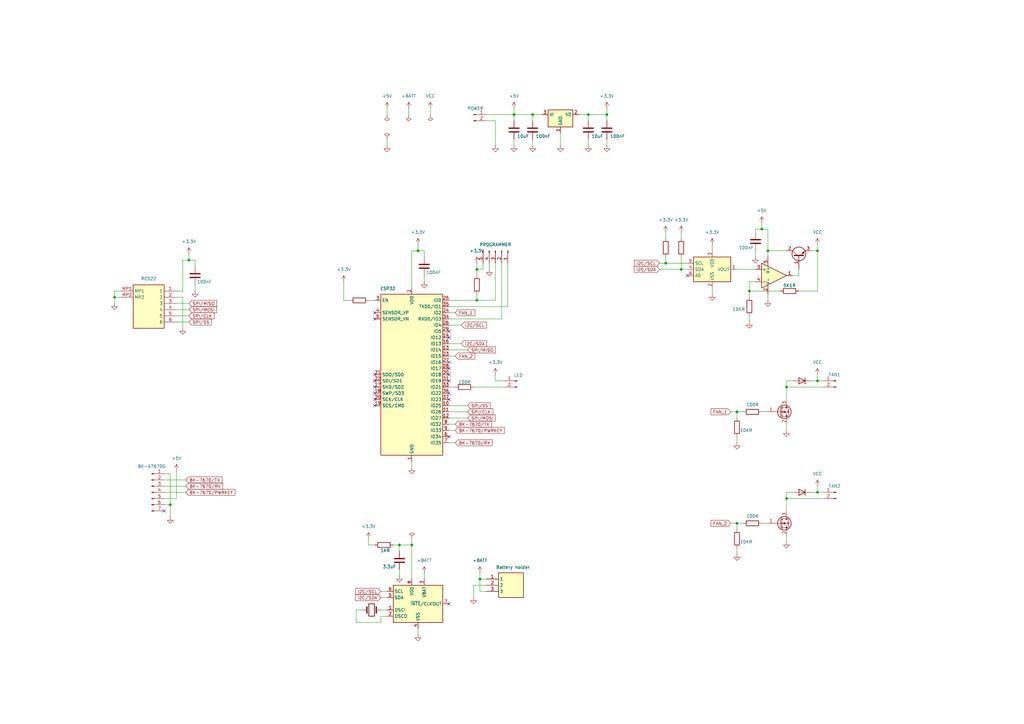
<source format=kicad_sch>
(kicad_sch (version 20250114) (generator "eeschema") (generator_version "9.0")
  (paper "A3")
  (lib_symbols
    (symbol "Amphenol_F51L-1A7H1-11006:F51L-1A7H1-11006"
      (property "Reference" "J" (at 19.05 7.62 0))
      (property "Value" "F51L-1A7H1-11006" (at 19.05 5.08 0))
      (symbol "F51L-1A7H1-11006_1_1"
        (pin passive line (at 0 0 0) (length 5.08) (name "MP1") (number "MP1"))
        (pin passive line (at 0 -2.54 0) (length 5.08) (name "MP2") (number "MP2"))
        (pin passive line (at 22.86 0 180) (length 5.08) (name "1") (number "1"))
        (pin passive line (at 22.86 -2.54 180) (length 5.08) (name "2") (number "2"))
        (pin passive line (at 22.86 -5.08 180) (length 5.08) (name "3") (number "3"))
        (pin passive line (at 22.86 -7.62 180) (length 5.08) (name "4") (number "4"))
        (pin passive line (at 22.86 -10.16 180) (length 5.08) (name "5") (number "5"))
        (pin passive line (at 22.86 -12.7 180) (length 5.08) (name "6") (number "6"))
      )
    )
    (symbol "Amplifier_Operational:AD8603" (pin_names (offset 0.127))
      (property "Reference" "U" (at 0 5.08 0))
      (property "Value" "AD8603" (at 0 -5.08 0))
      (symbol "AD8603_0_1"
        (pin power_in line (at -2.54 7.62 270) (length 3.81) (name "V+") (number "5"))
        (pin power_in line (at -2.54 -7.62 90) (length 3.81) (name "V-") (number "2"))
      )
      (symbol "AD8603_1_1"
        (pin input line (at -7.62 2.54 0) (length 2.54) (name "+") (number "3"))
        (pin input line (at -7.62 -2.54 0) (length 2.54) (name "-") (number "4"))
        (pin output line (at 7.62 0 180) (length 2.54) (name "~") (number "1"))
      )
    )
    (symbol "Analog_DAC:MCP4725xxx-xCH"
      (property "Reference" "U" (at -6.35 6.35 0))
      (property "Value" "MCP4725xxx-xCH" (at 8.89 6.35 0))
      (symbol "MCP4725xxx-xCH_1_1"
        (pin input line (at -10.16 2.54 0) (length 2.54) (name "SCL") (number "5"))
        (pin bidirectional line (at -10.16 0 0) (length 2.54) (name "SDA") (number "4"))
        (pin input line (at -10.16 -2.54 0) (length 2.54) (name "A0") (number "6"))
        (pin power_in line (at 0 7.62 270) (length 2.54) (name "VDD") (number "3"))
        (pin power_in line (at 0 -7.62 90) (length 2.54) (name "VSS") (number "2"))
        (pin output line (at 10.16 0 180) (length 2.54) (name "VOUT") (number "1"))
      )
    )
    (symbol "Connector:Conn_01x02_Pin" (pin_names (offset 1.016) (hide yes))
      (property "Reference" "J" (at 0 2.54 0))
      (property "Value" "Conn_01x02_Pin" (at 0 -5.08 0))
      (symbol "Conn_01x02_Pin_1_1"
        (pin passive line (at 5.08 0 180) (length 3.81) (name "Pin_1") (number "1"))
        (pin passive line (at 5.08 -2.54 180) (length 3.81) (name "Pin_2") (number "2"))
      )
    )
    (symbol "Connector:Conn_01x05_Pin" (pin_names (offset 1.016) (hide yes))
      (property "Reference" "J" (at 0 7.62 0))
      (property "Value" "Conn_01x05_Pin" (at 0 -7.62 0))
      (symbol "Conn_01x05_Pin_1_1"
        (pin passive line (at 5.08 5.08 180) (length 3.81) (name "Pin_1") (number "1"))
        (pin passive line (at 5.08 2.54 180) (length 3.81) (name "Pin_2") (number "2"))
        (pin passive line (at 5.08 0 180) (length 3.81) (name "Pin_3") (number "3"))
        (pin passive line (at 5.08 -2.54 180) (length 3.81) (name "Pin_4") (number "4"))
        (pin passive line (at 5.08 -5.08 180) (length 3.81) (name "Pin_5") (number "5"))
      )
    )
    (symbol "Connector:Conn_01x07_Pin" (pin_names (offset 1.016) (hide yes))
      (property "Reference" "J" (at 0 10.16 0))
      (property "Value" "Conn_01x07_Pin" (at 0 -10.16 0))
      (symbol "Conn_01x07_Pin_1_1"
        (pin passive line (at 5.08 7.62 180) (length 3.81) (name "Pin_1") (number "1"))
        (pin passive line (at 5.08 5.08 180) (length 3.81) (name "Pin_2") (number "2"))
        (pin passive line (at 5.08 2.54 180) (length 3.81) (name "Pin_3") (number "3"))
        (pin passive line (at 5.08 0 180) (length 3.81) (name "Pin_4") (number "4"))
        (pin passive line (at 5.08 -2.54 180) (length 3.81) (name "Pin_5") (number "5"))
        (pin passive line (at 5.08 -5.08 180) (length 3.81) (name "Pin_6") (number "6"))
        (pin passive line (at 5.08 -7.62 180) (length 3.81) (name "Pin_7") (number "7"))
      )
    )
    (symbol "Device:C" (pin_numbers (hide yes)) (pin_names (offset 0.254))
      (property "Reference" "C" (at 0.635 2.54 0))
      (property "Value" "C" (at 0.635 -2.54 0))
      (symbol "C_1_1"
        (pin passive line (at 0 3.81 270) (length 2.794) (name "~") (number "1"))
        (pin passive line (at 0 -3.81 90) (length 2.794) (name "~") (number "2"))
      )
    )
    (symbol "Device:Crystal" (pin_numbers (hide yes)) (pin_names (offset 1.016) (hide yes))
      (property "Reference" "Y" (at 0 3.81 0))
      (property "Value" "Crystal" (at 0 -3.81 0))
      (symbol "Crystal_1_1"
        (pin passive line (at -3.81 0 0) (length 1.27) (name "1") (number "1"))
        (pin passive line (at 3.81 0 180) (length 1.27) (name "2") (number "2"))
      )
    )
    (symbol "Device:D" (pin_numbers (hide yes)) (pin_names (offset 1.016) (hide yes))
      (property "Reference" "D" (at 0 2.54 0))
      (property "Value" "D" (at 0 -2.54 0))
      (symbol "D_1_1"
        (pin passive line (at -3.81 0 0) (length 2.54) (name "K") (number "1"))
        (pin passive line (at 3.81 0 180) (length 2.54) (name "A") (number "2"))
      )
    )
    (symbol "Device:Q_NPN_BCE" (pin_names (offset 0) (hide yes))
      (property "Reference" "Q" (at 5.08 1.27 0))
      (property "Value" "Q_NPN_BCE" (at 5.08 -1.27 0))
      (symbol "Q_NPN_BCE_1_1"
        (pin input line (at -5.08 0 0) (length 5.715) (name "B") (number "1"))
        (pin passive line (at 2.54 5.08 270) (length 2.54) (name "C") (number "2"))
        (pin passive line (at 2.54 -5.08 90) (length 2.54) (name "E") (number "3"))
      )
    )
    (symbol "Device:R" (pin_numbers (hide yes)) (pin_names (offset 0))
      (property "Reference" "R" (at 2.032 0 90))
      (property "Value" "R" (at 0 0 90))
      (symbol "R_1_1"
        (pin passive line (at 0 3.81 270) (length 1.27) (name "~") (number "1"))
        (pin passive line (at 0 -3.81 90) (length 1.27) (name "~") (number "2"))
      )
    )
    (symbol "Harwin_S8201-46R:S8201-46R"
      (property "Reference" "J" (at 16.51 7.62 0))
      (property "Value" "S8201-46R" (at 16.51 5.08 0))
      (symbol "S8201-46R_1_1"
        (pin passive line (at 0 0 0) (length 5.08) (name "1") (number "1"))
        (pin passive line (at 0 -2.54 0) (length 5.08) (name "2") (number "2"))
        (pin passive line (at 0 -5.08 0) (length 5.08) (name "3") (number "3"))
      )
    )
    (symbol "IRLML6244_1" (pin_names (offset 0) (hide yes))
      (property "Reference" "Q" (at 5.08 1.905 0))
      (property "Value" "IRLML6244" (at 5.08 0 0))
      (symbol "IRLML6244_1_1_1"
        (pin input line (at -5.08 0 0) (length 2.54) (name "G") (number "1"))
        (pin passive line (at 2.54 5.08 270) (length 2.54) (name "D") (number "3"))
        (pin passive line (at 2.54 -5.08 90) (length 2.54) (name "S") (number "2"))
      )
    )
    (symbol "PWR_FLAG_1" (power) (pin_numbers (hide yes)) (pin_names (offset 0) (hide yes))
      (property "Value" "PWR_FLAG" (at 0 3.81 0))
      (symbol "PWR_FLAG_1_0_0"
        (pin power_out line (at 0 0 90) (length 0) (name "~") (number "1"))
      )
    )
    (symbol "RF_Module:ESP32-WROOM-32D"
      (property "Reference" "U" (at -12.7 34.29 0))
      (property "Value" "ESP32-WROOM-32D" (at 1.27 34.29 0))
      (symbol "ESP32-WROOM-32D_1_1"
        (pin input line (at -15.24 30.48 0) (length 2.54) (name "EN") (number "3"))
        (pin input line (at -15.24 25.4 0) (length 2.54) (name "SENSOR_VP") (number "4"))
        (pin input line (at -15.24 22.86 0) (length 2.54) (name "SENSOR_VN") (number "5"))
        (pin bidirectional line (at -15.24 0 0) (length 2.54) (name "SDO/SD0") (number "21"))
        (pin bidirectional line (at -15.24 -2.54 0) (length 2.54) (name "SDI/SD1") (number "22"))
        (pin bidirectional line (at -15.24 -5.08 0) (length 2.54) (name "SHD/SD2") (number "17"))
        (pin bidirectional line (at -15.24 -7.62 0) (length 2.54) (name "SWP/SD3") (number "18"))
        (pin bidirectional line (at -15.24 -10.16 0) (length 2.54) (name "SCK/CLK") (number "20"))
        (pin bidirectional line (at -15.24 -12.7 0) (length 2.54) (name "SCS/CMD") (number "19"))
        (pin no_connect line (at -12.7 -27.94 0) (length 2.54) (hide yes) (name "NC") (number "32"))
        (pin power_in line (at 0 35.56 270) (length 2.54) (name "VDD") (number "2"))
        (pin power_in line (at 0 -35.56 90) (length 2.54) (name "GND") (number "1"))
        (pin passive line (at 0 -35.56 90) (length 2.54) (hide yes) (name "GND") (number "15"))
        (pin passive line (at 0 -35.56 90) (length 2.54) (hide yes) (name "GND") (number "38"))
        (pin passive line (at 0 -35.56 90) (length 2.54) (hide yes) (name "GND") (number "39"))
        (pin bidirectional line (at 15.24 30.48 180) (length 2.54) (name "IO0") (number "25"))
        (pin bidirectional line (at 15.24 27.94 180) (length 2.54) (name "TXD0/IO1") (number "35"))
        (pin bidirectional line (at 15.24 25.4 180) (length 2.54) (name "IO2") (number "24"))
        (pin bidirectional line (at 15.24 22.86 180) (length 2.54) (name "RXD0/IO3") (number "34"))
        (pin bidirectional line (at 15.24 20.32 180) (length 2.54) (name "IO4") (number "26"))
        (pin bidirectional line (at 15.24 17.78 180) (length 2.54) (name "IO5") (number "29"))
        (pin bidirectional line (at 15.24 15.24 180) (length 2.54) (name "IO12") (number "14"))
        (pin bidirectional line (at 15.24 12.7 180) (length 2.54) (name "IO13") (number "16"))
        (pin bidirectional line (at 15.24 10.16 180) (length 2.54) (name "IO14") (number "13"))
        (pin bidirectional line (at 15.24 7.62 180) (length 2.54) (name "IO15") (number "23"))
        (pin bidirectional line (at 15.24 5.08 180) (length 2.54) (name "IO16") (number "27"))
        (pin bidirectional line (at 15.24 2.54 180) (length 2.54) (name "IO17") (number "28"))
        (pin bidirectional line (at 15.24 0 180) (length 2.54) (name "IO18") (number "30"))
        (pin bidirectional line (at 15.24 -2.54 180) (length 2.54) (name "IO19") (number "31"))
        (pin bidirectional line (at 15.24 -5.08 180) (length 2.54) (name "IO21") (number "33"))
        (pin bidirectional line (at 15.24 -7.62 180) (length 2.54) (name "IO22") (number "36"))
        (pin bidirectional line (at 15.24 -10.16 180) (length 2.54) (name "IO23") (number "37"))
        (pin bidirectional line (at 15.24 -12.7 180) (length 2.54) (name "IO25") (number "10"))
        (pin bidirectional line (at 15.24 -15.24 180) (length 2.54) (name "IO26") (number "11"))
        (pin bidirectional line (at 15.24 -17.78 180) (length 2.54) (name "IO27") (number "12"))
        (pin bidirectional line (at 15.24 -20.32 180) (length 2.54) (name "IO32") (number "8"))
        (pin bidirectional line (at 15.24 -22.86 180) (length 2.54) (name "IO33") (number "9"))
        (pin input line (at 15.24 -25.4 180) (length 2.54) (name "IO34") (number "6"))
        (pin input line (at 15.24 -27.94 180) (length 2.54) (name "IO35") (number "7"))
      )
    )
    (symbol "Regulator_Linear:LD1117S33TR_SOT223"
      (property "Reference" "U" (at -3.81 3.175 0))
      (property "Value" "LD1117S33TR_SOT223" (at 0 3.175 0))
      (symbol "LD1117S33TR_SOT223_1_1"
        (pin power_in line (at -7.62 0 0) (length 2.54) (name "VI") (number "3"))
        (pin power_in line (at 0 -7.62 90) (length 2.54) (name "GND") (number "1"))
        (pin power_out line (at 7.62 0 180) (length 2.54) (name "VO") (number "2"))
      )
    )
    (symbol "Timer_RTC:PCF8523T"
      (property "Reference" "U" (at -10.16 8.89 0))
      (property "Value" "PCF8523T" (at 3.81 8.89 0))
      (symbol "PCF8523T_1_1"
        (pin input line (at -12.7 5.08 0) (length 2.54) (name "SCL") (number "6"))
        (pin bidirectional line (at -12.7 2.54 0) (length 2.54) (name "SDA") (number "5"))
        (pin input line (at -12.7 -2.54 0) (length 2.54) (name "OSCI") (number "1"))
        (pin output line (at -12.7 -5.08 0) (length 2.54) (name "OSCO") (number "2"))
        (pin power_in line (at -2.54 10.16 270) (length 2.54) (name "VDD") (number "8"))
        (pin power_in line (at 0 -10.16 90) (length 2.54) (name "VSS") (number "4"))
        (pin power_in line (at 2.54 10.16 270) (length 2.54) (name "VBAT") (number "3"))
        (pin open_collector line (at 12.7 0 180) (length 2.54) (name "~{INT1}/CLKOUT") (number "7"))
      )
    )
    (symbol "power:+3.3V" (power) (pin_numbers (hide yes)) (pin_names (offset 0) (hide yes))
      (property "Value" "+3.3V" (at 0 3.556 0))
      (symbol "+3.3V_1_1"
        (pin power_in line (at 0 0 90) (length 0) (name "~") (number "1"))
      )
    )
    (symbol "power:+5V" (power) (pin_numbers (hide yes)) (pin_names (offset 0) (hide yes))
      (property "Value" "+5V" (at 0 3.556 0))
      (symbol "+5V_1_1"
        (pin power_in line (at 0 0 90) (length 0) (name "~") (number "1"))
      )
    )
    (symbol "power:+BATT" (power) (pin_numbers (hide yes)) (pin_names (offset 0) (hide yes))
      (property "Value" "+BATT" (at 0 3.556 0))
      (symbol "+BATT_1_1"
        (pin power_in line (at 0 0 90) (length 0) (name "~") (number "1"))
      )
    )
    (symbol "power:GND" (power) (pin_numbers (hide yes)) (pin_names (offset 0) (hide yes))
      (property "Value" "GND" (at 0 -3.81 0))
      (symbol "GND_1_1"
        (pin power_in line (at 0 0 270) (length 0) (name "~") (number "1"))
      )
    )
    (symbol "power:VCC" (power) (pin_numbers (hide yes)) (pin_names (offset 0) (hide yes))
      (property "Value" "VCC" (at 0 3.556 0))
      (symbol "VCC_1_1"
        (pin power_in line (at 0 0 90) (length 0) (name "~") (number "1"))
      )
    )
  )
  (junction (at 302.26 214.63))
  (junction (at 69.85 207.01))
  (junction (at 335.28 201.93))
  (junction (at 314.96 102.87))
  (junction (at 312.42 93.98))
  (junction (at 171.45 102.87))
  (junction (at 46.99 121.92))
  (junction (at 322.58 204.47))
  (junction (at 273.05 107.95))
  (junction (at 163.83 223.52))
  (junction (at 302.26 168.91))
  (junction (at 248.92 46.99))
  (junction (at 307.34 119.38))
  (junction (at 335.28 156.21))
  (junction (at 335.28 102.87))
  (junction (at 279.4 110.49))
  (junction (at 210.82 46.99))
  (junction (at 195.58 110.49))
  (junction (at 77.47 106.68))
  (junction (at 241.3 46.99))
  (junction (at 195.58 123.19))
  (junction (at 218.44 46.99))
  (junction (at 196.85 237.49))
  (junction (at 322.58 158.75))
  (junction (at 168.91 223.52))
  (no_connect (at 184.15 151.13))
  (no_connect (at 153.67 166.37))
  (no_connect (at 153.67 153.67))
  (no_connect (at 184.15 163.83))
  (no_connect (at 184.15 179.07))
  (no_connect (at 153.67 163.83))
  (no_connect (at 153.67 158.75))
  (no_connect (at 153.67 161.29))
  (no_connect (at 153.67 156.21))
  (no_connect (at 153.67 130.81))
  (no_connect (at 153.67 128.27))
  (no_connect (at 184.15 156.21))
  (no_connect (at 184.15 161.29))
  (no_connect (at 184.15 148.59))
  (no_connect (at 184.15 138.43))
  (no_connect (at 184.15 153.67))
  (no_connect (at 67.31 209.55))
  (no_connect (at 281.94 113.03))
  (no_connect (at 184.15 135.89))
  (no_connect (at 184.15 247.65))
  (wire (pts (xy 241.3 59.69) (xy 241.3 57.15)))
  (wire (pts (xy 302.26 171.45) (xy 302.26 168.91)))
  (wire (pts (xy 184.15 173.99) (xy 186.69 173.99)))
  (wire (pts (xy 77.47 104.14) (xy 77.47 106.68)))
  (wire (pts (xy 171.45 100.33) (xy 171.45 102.87)))
  (wire (pts (xy 332.74 156.21) (xy 335.28 156.21)))
  (wire (pts (xy 270.51 107.95) (xy 273.05 107.95)))
  (wire (pts (xy 335.28 199.39) (xy 335.28 201.93)))
  (wire (pts (xy 327.66 119.38) (xy 335.28 119.38)))
  (wire (pts (xy 163.83 223.52) (xy 168.91 223.52)))
  (wire (pts (xy 74.93 106.68) (xy 74.93 119.38)))
  (wire (pts (xy 184.15 158.75) (xy 186.69 158.75)))
  (wire (pts (xy 195.58 110.49) (xy 195.58 107.95)))
  (wire (pts (xy 173.99 105.41) (xy 173.99 102.87)))
  (wire (pts (xy 312.42 91.44) (xy 312.42 93.98)))
  (wire (pts (xy 72.39 127) (xy 77.47 127)))
  (wire (pts (xy 203.2 59.69) (xy 203.2 49.53)))
  (wire (pts (xy 184.15 176.53) (xy 186.69 176.53)))
  (wire (pts (xy 203.2 156.21) (xy 207.01 156.21)))
  (wire (pts (xy 69.85 207.01) (xy 67.31 207.01)))
  (wire (pts (xy 77.47 106.68) (xy 74.93 106.68)))
  (wire (pts (xy 302.26 110.49) (xy 309.88 110.49)))
  (wire (pts (xy 279.4 105.41) (xy 279.4 110.49)))
  (wire (pts (xy 168.91 220.98) (xy 168.91 223.52)))
  (wire (pts (xy 195.58 113.03) (xy 195.58 110.49)))
  (wire (pts (xy 210.82 46.99) (xy 218.44 46.99)))
  (wire (pts (xy 72.39 193.04) (xy 72.39 204.47)))
  (wire (pts (xy 168.91 189.23) (xy 168.91 191.77)))
  (wire (pts (xy 335.28 100.33) (xy 335.28 102.87)))
  (wire (pts (xy 302.26 227.33) (xy 302.26 224.79)))
  (wire (pts (xy 196.85 242.57) (xy 196.85 237.49)))
  (wire (pts (xy 307.34 119.38) (xy 307.34 115.57)))
  (wire (pts (xy 184.15 166.37) (xy 191.77 166.37)))
  (wire (pts (xy 322.58 201.93) (xy 322.58 204.47)))
  (wire (pts (xy 49.53 119.38) (xy 46.99 119.38)))
  (wire (pts (xy 168.91 223.52) (xy 168.91 237.49)))
  (wire (pts (xy 314.96 93.98) (xy 314.96 102.87)))
  (wire (pts (xy 76.2 201.93) (xy 67.31 201.93)))
  (wire (pts (xy 332.74 201.93) (xy 335.28 201.93)))
  (wire (pts (xy 218.44 46.99) (xy 222.25 46.99)))
  (wire (pts (xy 270.51 110.49) (xy 279.4 110.49)))
  (wire (pts (xy 309.88 93.98) (xy 312.42 93.98)))
  (wire (pts (xy 205.74 130.81) (xy 184.15 130.81)))
  (wire (pts (xy 158.75 44.45) (xy 158.75 46.99)))
  (wire (pts (xy 322.58 156.21) (xy 322.58 158.75)))
  (wire (pts (xy 184.15 146.05) (xy 186.69 146.05)))
  (wire (pts (xy 161.29 223.52) (xy 163.83 223.52)))
  (wire (pts (xy 203.2 107.95) (xy 203.2 123.19)))
  (wire (pts (xy 194.31 158.75) (xy 207.01 158.75)))
  (wire (pts (xy 140.97 123.19) (xy 140.97 115.57)))
  (wire (pts (xy 241.3 49.53) (xy 241.3 46.99)))
  (wire (pts (xy 335.28 156.21) (xy 337.82 156.21)))
  (wire (pts (xy 241.3 46.99) (xy 248.92 46.99)))
  (wire (pts (xy 237.49 46.99) (xy 241.3 46.99)))
  (wire (pts (xy 248.92 59.69) (xy 248.92 57.15)))
  (wire (pts (xy 171.45 257.81) (xy 171.45 260.35)))
  (wire (pts (xy 218.44 49.53) (xy 218.44 46.99)))
  (wire (pts (xy 72.39 124.46) (xy 77.47 124.46)))
  (wire (pts (xy 151.13 123.19) (xy 153.67 123.19)))
  (wire (pts (xy 314.96 102.87) (xy 314.96 105.41)))
  (wire (pts (xy 218.44 57.15) (xy 218.44 59.69)))
  (wire (pts (xy 322.58 204.47) (xy 322.58 209.55)))
  (wire (pts (xy 156.21 252.73) (xy 156.21 255.27)))
  (wire (pts (xy 210.82 57.15) (xy 210.82 59.69)))
  (wire (pts (xy 80.01 109.22) (xy 80.01 106.68)))
  (wire (pts (xy 325.12 156.21) (xy 322.58 156.21)))
  (wire (pts (xy 325.12 113.03) (xy 327.66 113.03)))
  (wire (pts (xy 46.99 124.46) (xy 46.99 121.92)))
  (wire (pts (xy 173.99 237.49) (xy 173.99 234.95)))
  (wire (pts (xy 248.92 46.99) (xy 248.92 44.45)))
  (wire (pts (xy 312.42 93.98) (xy 314.96 93.98)))
  (wire (pts (xy 72.39 129.54) (xy 77.47 129.54)))
  (wire (pts (xy 279.4 95.25) (xy 279.4 97.79)))
  (wire (pts (xy 156.21 250.19) (xy 158.75 250.19)))
  (wire (pts (xy 74.93 121.92) (xy 72.39 121.92)))
  (wire (pts (xy 307.34 129.54) (xy 307.34 132.08)))
  (wire (pts (xy 167.64 44.45) (xy 167.64 46.99)))
  (wire (pts (xy 309.88 93.98) (xy 309.88 95.25)))
  (wire (pts (xy 299.72 168.91) (xy 302.26 168.91)))
  (wire (pts (xy 325.12 201.93) (xy 322.58 201.93)))
  (wire (pts (xy 208.28 107.95) (xy 208.28 125.73)))
  (wire (pts (xy 163.83 226.06) (xy 163.83 223.52)))
  (wire (pts (xy 199.39 46.99) (xy 210.82 46.99)))
  (wire (pts (xy 184.15 168.91) (xy 191.77 168.91)))
  (wire (pts (xy 312.42 168.91) (xy 314.96 168.91)))
  (wire (pts (xy 327.66 113.03) (xy 327.66 110.49)))
  (wire (pts (xy 248.92 49.53) (xy 248.92 46.99)))
  (wire (pts (xy 307.34 115.57) (xy 309.88 115.57)))
  (wire (pts (xy 199.39 242.57) (xy 196.85 242.57)))
  (wire (pts (xy 210.82 44.45) (xy 210.82 46.99)))
  (wire (pts (xy 184.15 181.61) (xy 186.69 181.61)))
  (wire (pts (xy 76.2 196.85) (xy 67.31 196.85)))
  (wire (pts (xy 171.45 102.87) (xy 168.91 102.87)))
  (wire (pts (xy 302.26 181.61) (xy 302.26 179.07)))
  (wire (pts (xy 163.83 233.68) (xy 163.83 236.22)))
  (wire (pts (xy 173.99 113.03) (xy 173.99 115.57)))
  (wire (pts (xy 184.15 140.97) (xy 189.23 140.97)))
  (wire (pts (xy 76.2 199.39) (xy 67.31 199.39)))
  (wire (pts (xy 302.26 214.63) (xy 304.8 214.63)))
  (wire (pts (xy 322.58 158.75) (xy 337.82 158.75)))
  (wire (pts (xy 74.93 134.62) (xy 74.93 121.92)))
  (wire (pts (xy 199.39 240.03) (xy 194.31 240.03)))
  (wire (pts (xy 200.66 110.49) (xy 200.66 107.95)))
  (wire (pts (xy 171.45 102.87) (xy 173.99 102.87)))
  (wire (pts (xy 198.12 110.49) (xy 195.58 110.49)))
  (wire (pts (xy 184.15 128.27) (xy 186.69 128.27)))
  (wire (pts (xy 184.15 171.45) (xy 191.77 171.45)))
  (wire (pts (xy 299.72 214.63) (xy 302.26 214.63)))
  (wire (pts (xy 205.74 107.95) (xy 205.74 130.81)))
  (wire (pts (xy 194.31 240.03) (xy 194.31 245.11)))
  (wire (pts (xy 80.01 116.84) (xy 80.01 119.38)))
  (wire (pts (xy 146.05 255.27) (xy 156.21 255.27)))
  (wire (pts (xy 309.88 102.87) (xy 309.88 105.41)))
  (wire (pts (xy 335.28 201.93) (xy 337.82 201.93)))
  (wire (pts (xy 184.15 143.51) (xy 191.77 143.51)))
  (wire (pts (xy 335.28 102.87) (xy 335.28 119.38)))
  (wire (pts (xy 273.05 95.25) (xy 273.05 97.79)))
  (wire (pts (xy 199.39 237.49) (xy 196.85 237.49)))
  (wire (pts (xy 335.28 153.67) (xy 335.28 156.21)))
  (wire (pts (xy 208.28 125.73) (xy 184.15 125.73)))
  (wire (pts (xy 156.21 245.11) (xy 158.75 245.11)))
  (wire (pts (xy 176.53 44.45) (xy 176.53 46.99)))
  (wire (pts (xy 77.47 106.68) (xy 80.01 106.68)))
  (wire (pts (xy 153.67 223.52) (xy 151.13 223.52)))
  (wire (pts (xy 292.1 100.33) (xy 292.1 102.87)))
  (wire (pts (xy 307.34 121.92) (xy 307.34 119.38)))
  (wire (pts (xy 46.99 121.92) (xy 49.53 121.92)))
  (wire (pts (xy 146.05 255.27) (xy 146.05 250.19)))
  (wire (pts (xy 203.2 123.19) (xy 195.58 123.19)))
  (wire (pts (xy 332.74 102.87) (xy 335.28 102.87)))
  (wire (pts (xy 184.15 123.19) (xy 195.58 123.19)))
  (wire (pts (xy 67.31 204.47) (xy 72.39 204.47)))
  (wire (pts (xy 69.85 207.01) (xy 69.85 212.09)))
  (wire (pts (xy 302.26 168.91) (xy 304.8 168.91)))
  (wire (pts (xy 151.13 223.52) (xy 151.13 220.98)))
  (wire (pts (xy 198.12 107.95) (xy 198.12 110.49)))
  (wire (pts (xy 143.51 123.19) (xy 140.97 123.19)))
  (wire (pts (xy 302.26 217.17) (xy 302.26 214.63)))
  (wire (pts (xy 72.39 132.08) (xy 77.47 132.08)))
  (wire (pts (xy 184.15 133.35) (xy 189.23 133.35)))
  (wire (pts (xy 195.58 123.19) (xy 195.58 120.65)))
  (wire (pts (xy 314.96 120.65) (xy 314.96 123.19)))
  (wire (pts (xy 196.85 234.95) (xy 196.85 237.49)))
  (wire (pts (xy 292.1 118.11) (xy 292.1 120.65)))
  (wire (pts (xy 312.42 214.63) (xy 314.96 214.63)))
  (wire (pts (xy 273.05 107.95) (xy 281.94 107.95)))
  (wire (pts (xy 322.58 204.47) (xy 337.82 204.47)))
  (wire (pts (xy 203.2 49.53) (xy 199.39 49.53)))
  (wire (pts (xy 69.85 194.31) (xy 69.85 207.01)))
  (wire (pts (xy 203.2 153.67) (xy 203.2 156.21)))
  (wire (pts (xy 168.91 102.87) (xy 168.91 118.11)))
  (wire (pts (xy 46.99 119.38) (xy 46.99 121.92)))
  (wire (pts (xy 314.96 102.87) (xy 322.58 102.87)))
  (wire (pts (xy 72.39 119.38) (xy 74.93 119.38)))
  (wire (pts (xy 210.82 49.53) (xy 210.82 46.99)))
  (wire (pts (xy 229.87 59.69) (xy 229.87 54.61)))
  (wire (pts (xy 322.58 222.25) (xy 322.58 219.71)))
  (wire (pts (xy 158.75 57.15) (xy 158.75 59.69)))
  (wire (pts (xy 307.34 119.38) (xy 320.04 119.38)))
  (wire (pts (xy 146.05 250.19) (xy 148.59 250.19)))
  (wire (pts (xy 322.58 158.75) (xy 322.58 163.83)))
  (wire (pts (xy 156.21 242.57) (xy 158.75 242.57)))
  (wire (pts (xy 279.4 110.49) (xy 281.94 110.49)))
  (wire (pts (xy 322.58 176.53) (xy 322.58 173.99)))
  (wire (pts (xy 67.31 194.31) (xy 69.85 194.31)))
  (wire (pts (xy 273.05 105.41) (xy 273.05 107.95)))
  (wire (pts (xy 158.75 252.73) (xy 156.21 252.73)))
  (global_label "SPI{slash}MOSI" (shape input) (at 191.77 171.45 0) (property "Intersheetrefs" "${INTERSHEET_REFS}" (effects (hide yes))))
  (global_label "I2C{slash}SCL" (shape input) (at 270.51 107.95 180) (property "Intersheetrefs" "${INTERSHEET_REFS}" (effects (hide yes))))
  (global_label "BK-7670{slash}TX" (shape input) (at 76.2 196.85 0) (property "Intersheetrefs" "${INTERSHEET_REFS}" (effects (hide yes))))
  (global_label "SPI{slash}CLK" (shape input) (at 191.77 168.91 0) (property "Intersheetrefs" "${INTERSHEET_REFS}" (effects (hide yes))))
  (global_label "I2C{slash}SDA" (shape input) (at 270.51 110.49 180) (property "Intersheetrefs" "${INTERSHEET_REFS}" (effects (hide yes))))
  (global_label "SPI{slash}CLK" (shape input) (at 77.47 129.54 0) (property "Intersheetrefs" "${INTERSHEET_REFS}" (effects (hide yes))))
  (global_label "FAN_2" (shape input) (at 186.69 146.05 0) (property "Intersheetrefs" "${INTERSHEET_REFS}" (effects (hide yes))))
  (global_label "SPI{slash}MOSI" (shape input) (at 77.47 127 0) (property "Intersheetrefs" "${INTERSHEET_REFS}" (effects (hide yes))))
  (global_label "I2C{slash}SCL" (shape input) (at 189.23 133.35 0) (property "Intersheetrefs" "${INTERSHEET_REFS}" (effects (hide yes))))
  (global_label "BK-7670{slash}PWRKEY" (shape input) (at 186.69 176.53 0) (property "Intersheetrefs" "${INTERSHEET_REFS}" (effects (hide yes))))
  (global_label "I2C{slash}SDA" (shape input) (at 156.21 245.11 180) (property "Intersheetrefs" "${INTERSHEET_REFS}" (effects (hide yes))))
  (global_label "SPI{slash}SS" (shape input) (at 191.77 166.37 0) (property "Intersheetrefs" "${INTERSHEET_REFS}" (effects (hide yes))))
  (global_label "I2C{slash}SDA" (shape input) (at 189.23 140.97 0) (property "Intersheetrefs" "${INTERSHEET_REFS}" (effects (hide yes))))
  (global_label "SPI{slash}MISO" (shape input) (at 191.77 143.51 0) (property "Intersheetrefs" "${INTERSHEET_REFS}" (effects (hide yes))))
  (global_label "BK-7670{slash}RX" (shape input) (at 186.69 181.61 0) (property "Intersheetrefs" "${INTERSHEET_REFS}" (effects (hide yes))))
  (global_label "FAN_2" (shape input) (at 299.72 214.63 180) (property "Intersheetrefs" "${INTERSHEET_REFS}" (effects (hide yes))))
  (global_label "I2C{slash}SCL" (shape input) (at 156.21 242.57 180) (property "Intersheetrefs" "${INTERSHEET_REFS}" (effects (hide yes))))
  (global_label "FAN_1" (shape input) (at 299.72 168.91 180) (property "Intersheetrefs" "${INTERSHEET_REFS}" (effects (hide yes))))
  (global_label "BK-7670{slash}TX" (shape input) (at 186.69 173.99 0) (property "Intersheetrefs" "${INTERSHEET_REFS}" (effects (hide yes))))
  (global_label "FAN_1" (shape input) (at 186.69 128.27 0) (property "Intersheetrefs" "${INTERSHEET_REFS}" (effects (hide yes))))
  (global_label "SPI{slash}MISO" (shape input) (at 77.47 124.46 0) (property "Intersheetrefs" "${INTERSHEET_REFS}" (effects (hide yes))))
  (global_label "BK-7670{slash}RX" (shape input) (at 76.2 199.39 0) (property "Intersheetrefs" "${INTERSHEET_REFS}" (effects (hide yes))))
  (global_label "BK-7670{slash}PWRKEY" (shape input) (at 76.2 201.93 0) (property "Intersheetrefs" "${INTERSHEET_REFS}" (effects (hide yes))))
  (global_label "SPI{slash}SS" (shape input) (at 77.47 132.08 0) (property "Intersheetrefs" "${INTERSHEET_REFS}" (effects (hide yes))))
  (symbol (lib_id "power:GND") (at 218.44 59.69 0) (unit 1)
    (property "Reference" "#PWR030" (effects (hide yes)))
    (property "Value" "GND" (effects (hide yes)))
    (property "Description" "Power symbol creates a global label with name \"GND\" , ground" (effects (hide yes)))
  )
  (symbol (lib_id "Connector:Conn_01x05_Pin") (at 203.2 102.87 270) (unit 1)
    (property "Reference" "J5" (effects (hide yes)))
    (property "Value" "PROGRAMMER" (at 203.2 100.33 90))
    (property "Footprint" "Connector_PinHeader_2.54mm:PinHeader_1x05_P2.54mm_Vertical" (effects (hide yes)))
    (property "Supplier" "Farnell" (effects (hide yes)))
    (property "SKU" "1593414" (effects (hide yes)))
  )
  (symbol (lib_id "Device:C") (at 163.83 229.87 0) (unit 1)
    (property "Reference" "C3" (effects (hide yes)))
    (property "Value" "3.3uF" (at 156.972 232.41 0) (effects (justify left)))
    (property "Footprint" "Capacitor_SMD:C_0603_1608Metric_Pad1.08x0.95mm_HandSolder" (effects (hide yes)))
    (property "Supplier" "Farnell" (effects (hide yes)))
    (property "SKU" "3651309" (effects (hide yes)))
  )
  (symbol (lib_id "Connector:Conn_01x02_Pin") (at 194.31 46.99 0) (unit 1)
    (property "Reference" "J3" (effects (hide yes)))
    (property "Value" "POWER" (at 194.945 44.45 0))
    (property "Footprint" "Connector_JST:JST_PH_S2B-PH-K_1x02_P2.00mm_Horizontal" (effects (hide yes)))
    (property "Supplier" "Farnell" (effects (hide yes)))
    (property "SKU" "9491902" (effects (hide yes)))
  )
  (symbol (lib_id "power:GND") (at 158.75 59.69 0) (unit 1)
    (property "Reference" "#PWR011" (effects (hide yes)))
    (property "Value" "GND" (effects (hide yes)))
    (property "Description" "Power symbol creates a global label with name \"GND\" , ground" (effects (hide yes)))
  )
  (symbol (lib_id "Device:D") (at 328.93 156.21 0) (mirror y) (unit 1)
    (property "Reference" "D1" (effects (hide yes)))
    (property "Value" "D" (effects (hide yes)))
    (property "Footprint" "Diode_SMD:D_SOD-123" (effects (hide yes)))
    (property "Supplier" "Farnell" (effects (hide yes)))
    (property "SKU" "1773475" (effects (hide yes)))
  )
  (symbol (lib_id "Device:R") (at 273.05 101.6 0) (unit 1)
    (property "Reference" "R7" (effects (hide yes)))
    (property "Value" "10KR" (effects (hide yes)))
    (property "Footprint" "Resistor_SMD:R_0603_1608Metric_Pad0.98x0.95mm_HandSolder" (effects (hide yes)))
    (property "Supplier" "Farnell" (effects (hide yes)))
    (property "SKU" "2502397" (effects (hide yes)))
  )
  (symbol (lib_name "IRLML6244_1") (lib_id "Transistor_FET:IRLML6244") (at 320.04 214.63 0) (unit 1)
    (property "Reference" "Q2" (effects (hide yes)))
    (property "Value" "IRLML6244" (effects (hide yes)))
    (property "Footprint" "Package_TO_SOT_SMD:SOT-23" (effects (hide yes)))
    (property "Supplier" "Farnell" (effects (hide yes)))
    (property "SKU" "1864517" (effects (hide yes)))
  )
  (symbol (lib_id "Regulator_Linear:LD1117S33TR_SOT223") (at 229.87 46.99 0) (unit 1)
    (property "Reference" "U3" (effects (hide yes)))
    (property "Value" "LD1117S33TR_SOT223" (effects (hide yes)))
    (property "Footprint" "Package_TO_SOT_SMD:SOT-223-3_TabPin2" (effects (hide yes)))
    (property "Supplier" "Farnell" (effects (hide yes)))
    (property "SKU" "1467779" (effects (hide yes)))
  )
  (symbol (lib_id "power:GND") (at 200.66 110.49 0) (mirror y) (unit 1)
    (property "Reference" "#PWR026" (effects (hide yes)))
    (property "Value" "GND" (effects (hide yes)))
    (property "Description" "Power symbol creates a global label with name \"GND\" , ground" (effects (hide yes)))
  )
  (symbol (lib_id "Connector:Conn_01x02_Pin") (at 212.09 156.21 0) (mirror y) (unit 1)
    (property "Reference" "J6" (effects (hide yes)))
    (property "Value" "LED" (at 212.598 153.924 0))
    (property "Footprint" "Connector_JST:JST_PH_S2B-PH-K_1x02_P2.00mm_Horizontal" (effects (hide yes)))
    (property "Supplier" "Farnell" (effects (hide yes)))
    (property "SKU" "9491902" (effects (hide yes)))
  )
  (symbol (lib_id "Device:C") (at 173.99 109.22 0) (mirror y) (unit 1)
    (property "Reference" "C4" (effects (hide yes)))
    (property "Value" "100nF" (at 180.848 111.76 0) (effects (justify left)))
    (property "Footprint" "Capacitor_SMD:C_0603_1608Metric_Pad1.08x0.95mm_HandSolder" (effects (hide yes)))
    (property "Supplier" "Farnell" (effects (hide yes)))
    (property "SKU" "3764069" (effects (hide yes)))
  )
  (symbol (lib_id "Device:R") (at 302.26 175.26 0) (mirror x) (unit 1)
    (property "Reference" "R9" (effects (hide yes)))
    (property "Value" "10KR" (at 308.61 176.53 0) (effects (justify right)))
    (property "Footprint" "Resistor_SMD:R_0603_1608Metric_Pad0.98x0.95mm_HandSolder" (effects (hide yes)))
    (property "Supplier" "Farnell" (effects (hide yes)))
    (property "SKU" "2502397" (effects (hide yes)))
  )
  (symbol (lib_id "Amplifier_Operational:AD8603") (at 317.5 113.03 0) (unit 1)
    (property "Reference" "U5" (effects (hide yes)))
    (property "Value" "MCP6006T-E/OT" (effects (hide yes)))
    (property "Footprint" "Package_TO_SOT_SMD:SOT-23-5" (effects (hide yes)))
    (property "Supplier" "Farnell" (effects (hide yes)))
    (property "SKU" "3818589" (effects (hide yes)))
  )
  (symbol (lib_id "power:VCC") (at 335.28 199.39 0) (unit 1)
    (property "Reference" "#PWR049" (effects (hide yes)))
    (property "Value" "VCC" (at 335.28 194.31 0))
    (property "Description" "Power symbol creates a global label with name \"VCC\"" (effects (hide yes)))
  )
  (symbol (lib_id "power:GND") (at 168.91 191.77 0) (unit 1)
    (property "Reference" "#PWR014" (effects (hide yes)))
    (property "Value" "GND" (effects (hide yes)))
    (property "Description" "Power symbol creates a global label with name \"GND\" , ground" (effects (hide yes)))
  )
  (symbol (lib_id "Device:R") (at 190.5 158.75 90) (mirror x) (unit 1)
    (property "Reference" "R5" (effects (hide yes)))
    (property "Value" "100R" (at 190.5 156.718 90))
    (property "Footprint" "Resistor_SMD:R_0603_1608Metric_Pad0.98x0.95mm_HandSolder" (effects (hide yes)))
    (property "Supplier" "Farnell" (effects (hide yes)))
    (property "SKU" "2502395" (effects (hide yes)))
  )
  (symbol (lib_id "Device:C") (at 80.01 113.03 0) (mirror y) (unit 1)
    (property "Reference" "C2" (effects (hide yes)))
    (property "Value" "100nF" (at 86.868 115.57 0) (effects (justify left)))
    (property "Footprint" "Capacitor_SMD:C_0603_1608Metric_Pad1.08x0.95mm_HandSolder" (effects (hide yes)))
    (property "Supplier" "Farnell" (effects (hide yes)))
    (property "SKU" "3764069" (effects (hide yes)))
  )
  (symbol (lib_id "power:GND") (at 80.01 119.38 0) (unit 1)
    (property "Reference" "#PWR07" (effects (hide yes)))
    (property "Value" "GND" (effects (hide yes)))
    (property "Description" "Power symbol creates a global label with name \"GND\" , ground" (effects (hide yes)))
  )
  (symbol (lib_id "power:GND") (at 302.26 227.33 0) (mirror y) (unit 1)
    (property "Reference" "#PWR040" (effects (hide yes)))
    (property "Value" "GND" (effects (hide yes)))
    (property "Description" "Power symbol creates a global label with name \"GND\" , ground" (effects (hide yes)))
  )
  (symbol (lib_id "power:GND") (at 163.83 236.22 0) (mirror y) (unit 1)
    (property "Reference" "#PWR012" (effects (hide yes)))
    (property "Value" "GND" (effects (hide yes)))
    (property "Description" "Power symbol creates a global label with name \"GND\" , ground" (effects (hide yes)))
  )
  (symbol (lib_id "Timer_RTC:PCF8523T") (at 171.45 247.65 0) (unit 1)
    (property "Reference" "U2" (effects (hide yes)))
    (property "Value" "PCF8523T" (effects (hide yes)))
    (property "Footprint" "Package_SO:SOIC-8_3.9x4.9mm_P1.27mm" (effects (hide yes)))
    (property "Supplier" "Farnell" (effects (hide yes)))
    (property "SKU" "2400452" (effects (hide yes)))
  )
  (symbol (lib_id "power:GND") (at 210.82 59.69 0) (unit 1)
    (property "Reference" "#PWR029" (effects (hide yes)))
    (property "Value" "GND" (effects (hide yes)))
    (property "Description" "Power symbol creates a global label with name \"GND\" , ground" (effects (hide yes)))
  )
  (symbol (lib_id "power:GND") (at 248.92 59.69 0) (unit 1)
    (property "Reference" "#PWR034" (effects (hide yes)))
    (property "Value" "GND" (effects (hide yes)))
    (property "Description" "Power symbol creates a global label with name \"GND\" , ground" (effects (hide yes)))
  )
  (symbol (lib_id "Harwin_S8201-46R:S8201-46R") (at 199.39 237.49 0) (unit 1)
    (property "Reference" "J4" (effects (hide yes)))
    (property "Value" "Battery holder" (at 203.454 232.664 0) (effects (justify left)))
    (property "Footprint" "Harwin_S8201-46R:Harwin_S8201-46R" (effects (hide yes)))
    (property "Supplier" "Farnell" (effects (hide yes)))
    (property "SKU" "Battery holder" (effects (hide yes)))
  )
  (symbol (lib_id "power:+3.3V") (at 292.1 100.33 0) (unit 1)
    (property "Reference" "#PWR037" (effects (hide yes)))
    (property "Value" "+3.3V" (at 292.1 95.25 0))
    (property "Description" "Power symbol creates a global label with name \"+3.3V\"" (effects (hide yes)))
  )
  (symbol (lib_id "Connector:Conn_01x02_Pin") (at 342.9 201.93 0) (mirror y) (unit 1)
    (property "Reference" "J7" (effects (hide yes)))
    (property "Value" "FAN2" (at 342.265 199.39 0))
    (property "Footprint" "Connector_JST:JST_PH_S2B-PH-K_1x02_P2.00mm_Horizontal" (effects (hide yes)))
    (property "Supplier" "Farnell" (effects (hide yes)))
    (property "SKU" "9491902" (effects (hide yes)))
  )
  (symbol (lib_id "Device:C") (at 218.44 53.34 0) (unit 1)
    (property "Reference" "C6" (effects (hide yes)))
    (property "Value" "100nF" (at 219.71 55.88 0) (effects (justify left)))
    (property "Footprint" "Capacitor_SMD:C_0603_1608Metric_Pad1.08x0.95mm_HandSolder" (effects (hide yes)))
    (property "Supplier" "Farnell" (effects (hide yes)))
    (property "SKU" "3764069" (effects (hide yes)))
  )
  (symbol (lib_id "power:+5V") (at 72.39 193.04 0) (unit 1)
    (property "Reference" "#PWR04" (effects (hide yes)))
    (property "Value" "+5V" (at 72.39 187.96 0))
    (property "Description" "Power symbol creates a global label with name \"+5V\"" (effects (hide yes)))
  )
  (symbol (lib_id "Connector:Conn_01x02_Pin") (at 342.9 156.21 0) (mirror y) (unit 1)
    (property "Reference" "J9" (effects (hide yes)))
    (property "Value" "FAN1" (at 342.265 153.67 0))
    (property "Footprint" "Connector_JST:JST_PH_S2B-PH-K_1x02_P2.00mm_Horizontal" (effects (hide yes)))
    (property "Supplier" "Farnell" (effects (hide yes)))
    (property "SKU" "9491902" (effects (hide yes)))
  )
  (symbol (lib_name "PWR_FLAG_1") (lib_id "power:PWR_FLAG") (at 158.75 57.15 0) (unit 1)
    (property "Reference" "#FLG02" (effects (hide yes)))
    (property "Value" "PWR_FLAG" (effects (hide yes)))
    (property "Description" "Special symbol for telling ERC where power comes from" (effects (hide yes)))
  )
  (symbol (lib_name "PWR_FLAG_1") (lib_id "power:PWR_FLAG") (at 176.53 46.99 0) (mirror x) (unit 1)
    (property "Reference" "#FLG05" (effects (hide yes)))
    (property "Value" "PWR_FLAG" (effects (hide yes)))
    (property "Description" "Special symbol for telling ERC where power comes from" (effects (hide yes)))
  )
  (symbol (lib_id "Device:R") (at 147.32 123.19 270) (unit 1)
    (property "Reference" "R1" (effects (hide yes)))
    (property "Value" "10KR" (effects (hide yes)))
    (property "Footprint" "Resistor_SMD:R_0603_1608Metric_Pad0.98x0.95mm_HandSolder" (effects (hide yes)))
    (property "Supplier" "Farnell" (effects (hide yes)))
    (property "SKU" "2502397" (effects (hide yes)))
  )
  (symbol (lib_id "Device:R") (at 279.4 101.6 0) (unit 1)
    (property "Reference" "R8" (effects (hide yes)))
    (property "Value" "10KR" (effects (hide yes)))
    (property "Footprint" "Resistor_SMD:R_0603_1608Metric_Pad0.98x0.95mm_HandSolder" (effects (hide yes)))
    (property "Supplier" "Farnell" (effects (hide yes)))
    (property "SKU" "2502397" (effects (hide yes)))
  )
  (symbol (lib_id "power:+5V") (at 210.82 44.45 0) (unit 1)
    (property "Reference" "#PWR028" (effects (hide yes)))
    (property "Value" "+5V" (at 210.82 39.37 0))
    (property "Description" "Power symbol creates a global label with name \"+5V\"" (effects (hide yes)))
  )
  (symbol (lib_id "power:+3.3V") (at 77.47 104.14 0) (unit 1)
    (property "Reference" "#PWR05" (effects (hide yes)))
    (property "Value" "+3.3V" (at 77.47 99.06 0))
    (property "Description" "Power symbol creates a global label with name \"+3.3V\"" (effects (hide yes)))
  )
  (symbol (lib_id "power:+BATT") (at 173.99 234.95 0) (unit 1)
    (property "Reference" "#PWR018" (effects (hide yes)))
    (property "Value" "+BATT" (at 173.99 229.87 0))
    (property "Description" "Power symbol creates a global label with name \"+BATT\"" (effects (hide yes)))
  )
  (symbol (lib_id "power:GND") (at 307.34 132.08 0) (mirror y) (unit 1)
    (property "Reference" "#PWR041" (effects (hide yes)))
    (property "Value" "GND" (effects (hide yes)))
    (property "Description" "Power symbol creates a global label with name \"GND\" , ground" (effects (hide yes)))
  )
  (symbol (lib_id "Amphenol_F51L-1A7H1-11006:F51L-1A7H1-11006") (at 49.53 119.38 0) (unit 1)
    (property "Reference" "J1" (effects (hide yes)))
    (property "Value" "RC522" (at 60.96 114.3 0))
    (property "Footprint" "Amphenol_F51L-1A7H1-11006:F51L1A7H111006" (effects (hide yes)))
    (property "Supplier" "Farnell" (effects (hide yes)))
    (property "SKU" "3526889" (effects (hide yes)))
  )
  (symbol (lib_id "power:GND") (at 292.1 120.65 0) (unit 1)
    (property "Reference" "#PWR038" (effects (hide yes)))
    (property "Value" "GND" (effects (hide yes)))
    (property "Description" "Power symbol creates a global label with name \"GND\" , ground" (effects (hide yes)))
  )
  (symbol (lib_id "power:+3.3V") (at 273.05 95.25 0) (unit 1)
    (property "Reference" "#PWR035" (effects (hide yes)))
    (property "Value" "+3.3V" (at 273.05 90.17 0))
    (property "Description" "Power symbol creates a global label with name \"+3.3V\"" (effects (hide yes)))
  )
  (symbol (lib_id "power:GND") (at 69.85 212.09 0) (mirror y) (unit 1)
    (property "Reference" "#PWR02" (effects (hide yes)))
    (property "Value" "GND" (effects (hide yes)))
    (property "Description" "Power symbol creates a global label with name \"GND\" , ground" (effects (hide yes)))
  )
  (symbol (lib_name "PWR_FLAG_1") (lib_id "power:PWR_FLAG") (at 168.91 220.98 0) (unit 1)
    (property "Reference" "#FLG04" (effects (hide yes)))
    (property "Value" "PWR_FLAG" (effects (hide yes)))
    (property "Description" "Special symbol for telling ERC where power comes from" (effects (hide yes)))
  )
  (symbol (lib_id "Device:Crystal") (at 152.4 250.19 0) (unit 1)
    (property "Reference" "Y1" (effects (hide yes)))
    (property "Value" "Crystal" (effects (hide yes)))
    (property "Footprint" "Crystal:Crystal_SMD_3215-2Pin_3.2x1.5mm" (effects (hide yes)))
    (property "Supplier" "Farnell" (effects (hide yes)))
    (property "SKU" "4165907" (effects (hide yes)))
  )
  (symbol (lib_id "Device:C") (at 248.92 53.34 0) (unit 1)
    (property "Reference" "C8" (effects (hide yes)))
    (property "Value" "100nF" (at 250.19 55.88 0) (effects (justify left)))
    (property "Footprint" "Capacitor_SMD:C_0603_1608Metric_Pad1.08x0.95mm_HandSolder" (effects (hide yes)))
    (property "Supplier" "Farnell" (effects (hide yes)))
    (property "SKU" "3764069" (effects (hide yes)))
  )
  (symbol (lib_id "power:+3.3V") (at 279.4 95.25 0) (unit 1)
    (property "Reference" "#PWR036" (effects (hide yes)))
    (property "Value" "+3.3V" (at 279.4 90.17 0))
    (property "Description" "Power symbol creates a global label with name \"+3.3V\"" (effects (hide yes)))
  )
  (symbol (lib_id "power:+5V") (at 158.75 44.45 0) (unit 1)
    (property "Reference" "#PWR010" (effects (hide yes)))
    (property "Value" "+5V" (at 158.75 39.37 0))
    (property "Description" "Power symbol creates a global label with name \"+5V\"" (effects (hide yes)))
  )
  (symbol (lib_id "Device:R") (at 307.34 125.73 0) (mirror y) (unit 1)
    (property "Reference" "R11" (effects (hide yes)))
    (property "Value" "10KR" (at 305.562 126.873 0) (effects (justify left)))
    (property "Footprint" "Resistor_SMD:R_0603_1608Metric_Pad0.98x0.95mm_HandSolder" (effects (hide yes)))
    (property "Supplier" "Farnell" (effects (hide yes)))
    (property "SKU" "2502397" (effects (hide yes)))
    (property "Manufacturer" "MULTICOMP" (effects (hide yes)))
    (property "Ref." "WR06X1002FTL" (effects (hide yes)))
  )
  (symbol (lib_id "Device:R") (at 308.61 214.63 90) (mirror x) (unit 1)
    (property "Reference" "R13" (effects (hide yes)))
    (property "Value" "100R" (at 308.61 211.6836 90))
    (property "Footprint" "Resistor_SMD:R_0603_1608Metric_Pad0.98x0.95mm_HandSolder" (effects (hide yes)))
    (property "Supplier" "Farnell" (effects (hide yes)))
    (property "SKU" "2502395" (effects (hide yes)))
  )
  (symbol (lib_id "power:+3.3V") (at 195.58 107.95 0) (unit 1)
    (property "Reference" "#PWR021" (effects (hide yes)))
    (property "Value" "+3.3V" (at 195.58 102.87 0))
    (property "Description" "Power symbol creates a global label with name \"+3.3V\"" (effects (hide yes)))
  )
  (symbol (lib_id "power:+3.3V") (at 171.45 100.33 0) (unit 1)
    (property "Reference" "#PWR015" (effects (hide yes)))
    (property "Value" "+3.3V" (at 171.45 95.25 0))
    (property "Description" "Power symbol creates a global label with name \"+3.3V\"" (effects (hide yes)))
  )
  (symbol (lib_id "power:+BATT") (at 196.85 234.95 0) (unit 1)
    (property "Reference" "#PWR025" (effects (hide yes)))
    (property "Value" "+BATT" (at 196.85 229.87 0))
    (property "Description" "Power symbol creates a global label with name \"+BATT\"" (effects (hide yes)))
  )
  (symbol (lib_id "power:+5V") (at 312.42 91.44 0) (mirror y) (unit 1)
    (property "Reference" "#PWR043" (effects (hide yes)))
    (property "Value" "+5V" (at 312.42 86.36 0))
    (property "Description" "Power symbol creates a global label with name \"+5V\"" (effects (hide yes)))
  )
  (symbol (lib_name "PWR_FLAG_1") (lib_id "power:PWR_FLAG") (at 167.64 46.99 0) (mirror x) (unit 1)
    (property "Reference" "#FLG03" (effects (hide yes)))
    (property "Value" "PWR_FLAG" (effects (hide yes)))
    (property "Description" "Special symbol for telling ERC where power comes from" (effects (hide yes)))
  )
  (symbol (lib_id "power:GND") (at 203.2 59.69 0) (unit 1)
    (property "Reference" "#PWR027" (effects (hide yes)))
    (property "Value" "GND" (effects (hide yes)))
    (property "Description" "Power symbol creates a global label with name \"GND\" , ground" (effects (hide yes)))
  )
  (symbol (lib_id "power:VCC") (at 176.53 44.45 0) (unit 1)
    (property "Reference" "#PWR019" (effects (hide yes)))
    (property "Value" "VCC" (at 176.53 39.37 0))
    (property "Description" "Power symbol creates a global label with name \"VCC\"" (effects (hide yes)))
  )
  (symbol (lib_id "Device:R") (at 157.48 223.52 90) (unit 1)
    (property "Reference" "R2" (effects (hide yes)))
    (property "Value" "1KR" (at 160.02 225.806 90) (effects (justify left)))
    (property "Footprint" "Resistor_SMD:R_0603_1608Metric_Pad0.98x0.95mm_HandSolder" (effects (hide yes)))
    (property "Supplier" "Farnell" (effects (hide yes)))
    (property "SKU" "2502397" (effects (hide yes)))
  )
  (symbol (lib_id "power:+3.3V") (at 151.13 220.98 0) (unit 1)
    (property "Reference" "#PWR09" (effects (hide yes)))
    (property "Value" "+3.3V" (at 151.13 215.9 0))
    (property "Description" "Power symbol creates a global label with name \"+3.3V\"" (effects (hide yes)))
  )
  (symbol (lib_id "power:VCC") (at 335.28 153.67 0) (unit 1)
    (property "Reference" "#PWR048" (effects (hide yes)))
    (property "Value" "VCC" (at 335.28 148.59 0))
    (property "Description" "Power symbol creates a global label with name \"VCC\"" (effects (hide yes)))
  )
  (symbol (lib_id "power:VCC") (at 335.28 100.33 0) (unit 1)
    (property "Reference" "#PWR047" (effects (hide yes)))
    (property "Value" "VCC" (at 335.28 95.25 0))
    (property "Description" "Power symbol creates a global label with name \"VCC\"" (effects (hide yes)))
  )
  (symbol (lib_id "power:GND") (at 74.93 134.62 0) (unit 1)
    (property "Reference" "#PWR03" (effects (hide yes)))
    (property "Value" "GND" (effects (hide yes)))
    (property "Description" "Power symbol creates a global label with name \"GND\" , ground" (effects (hide yes)))
  )
  (symbol (lib_id "power:GND") (at 173.99 115.57 0) (unit 1)
    (property "Reference" "#PWR017" (effects (hide yes)))
    (property "Value" "GND" (effects (hide yes)))
    (property "Description" "Power symbol creates a global label with name \"GND\" , ground" (effects (hide yes)))
  )
  (symbol (lib_id "power:GND") (at 194.31 245.11 0) (unit 1)
    (property "Reference" "#PWR020" (effects (hide yes)))
    (property "Value" "GND" (effects (hide yes)))
    (property "Description" "Power symbol creates a global label with name \"GND\" , ground" (effects (hide yes)))
  )
  (symbol (lib_id "power:+3.3V") (at 203.2 153.67 0) (unit 1)
    (property "Reference" "#PWR06" (effects (hide yes)))
    (property "Value" "+3.3V" (at 203.2 148.59 0))
    (property "Description" "Power symbol creates a global label with name \"+3.3V\"" (effects (hide yes)))
  )
  (symbol (lib_id "power:GND") (at 241.3 59.69 0) (unit 1)
    (property "Reference" "#PWR032" (effects (hide yes)))
    (property "Value" "GND" (effects (hide yes)))
    (property "Description" "Power symbol creates a global label with name \"GND\" , ground" (effects (hide yes)))
  )
  (symbol (lib_name "PWR_FLAG_1") (lib_id "power:PWR_FLAG") (at 158.75 46.99 0) (mirror x) (unit 1)
    (property "Reference" "#FLG01" (effects (hide yes)))
    (property "Value" "PWR_FLAG" (effects (hide yes)))
    (property "Description" "Special symbol for telling ERC where power comes from" (effects (hide yes)))
  )
  (symbol (lib_id "Device:C") (at 210.82 53.34 0) (unit 1)
    (property "Reference" "C5" (effects (hide yes)))
    (property "Value" "10uF" (at 212.09 55.88 0) (effects (justify left)))
    (property "Footprint" "Capacitor_SMD:C_0603_1608Metric_Pad1.08x0.95mm_HandSolder" (effects (hide yes)))
    (property "Supplier" "Farnell" (effects (hide yes)))
    (property "SKU" "2426958" (effects (hide yes)))
  )
  (symbol (lib_id "Device:C") (at 241.3 53.34 0) (unit 1)
    (property "Reference" "C7" (effects (hide yes)))
    (property "Value" "10uF" (at 242.57 55.88 0) (effects (justify left)))
    (property "Footprint" "Capacitor_SMD:C_0603_1608Metric_Pad1.08x0.95mm_HandSolder" (effects (hide yes)))
    (property "Supplier" "Farnell" (effects (hide yes)))
    (property "SKU" "2426958" (effects (hide yes)))
  )
  (symbol (lib_id "power:GND") (at 314.96 123.19 0) (mirror y) (unit 1)
    (property "Reference" "#PWR044" (effects (hide yes)))
    (property "Value" "GND" (effects (hide yes)))
    (property "Description" "Power symbol creates a global label with name \"GND\" , ground" (effects (hide yes)))
  )
  (symbol (lib_id "Device:D") (at 328.93 201.93 0) (mirror y) (unit 1)
    (property "Reference" "D2" (effects (hide yes)))
    (property "Value" "D" (effects (hide yes)))
    (property "Footprint" "Diode_SMD:D_SOD-123" (effects (hide yes)))
    (property "Supplier" "Farnell" (effects (hide yes)))
    (property "SKU" "1773475" (effects (hide yes)))
  )
  (symbol (lib_id "Device:Q_NPN_BCE") (at 327.66 105.41 90) (unit 1)
    (property "Reference" "Q3" (effects (hide yes)))
    (property "Value" "BCV71" (effects (hide yes)))
    (property "Footprint" "Package_TO_SOT_SMD:SOT-23" (effects (hide yes)))
    (property "Supplier" "Farnell" (effects (hide yes)))
    (property "SKU" "1700692" (effects (hide yes)))
  )
  (symbol (lib_id "power:GND") (at 46.99 124.46 0) (unit 1)
    (property "Reference" "#PWR01" (effects (hide yes)))
    (property "Value" "GND" (effects (hide yes)))
    (property "Description" "Power symbol creates a global label with name \"GND\" , ground" (effects (hide yes)))
  )
  (symbol (lib_id "power:GND") (at 302.26 181.61 0) (mirror y) (unit 1)
    (property "Reference" "#PWR039" (effects (hide yes)))
    (property "Value" "GND" (effects (hide yes)))
    (property "Description" "Power symbol creates a global label with name \"GND\" , ground" (effects (hide yes)))
  )
  (symbol (lib_id "Analog_DAC:MCP4725xxx-xCH") (at 292.1 110.49 0) (unit 1)
    (property "Reference" "U4" (effects (hide yes)))
    (property "Value" "MCP4706" (effects (hide yes)))
    (property "Footprint" "Package_TO_SOT_SMD:SOT-23-6" (effects (hide yes)))
    (property "Supplier" "Farnell" (effects (hide yes)))
    (property "SKU" "2009289" (effects (hide yes)))
  )
  (symbol (lib_id "Device:R") (at 195.58 116.84 0) (mirror y) (unit 1)
    (property "Reference" "R6" (effects (hide yes)))
    (property "Value" "10KR" (effects (hide yes)))
    (property "Footprint" "Resistor_SMD:R_0603_1608Metric_Pad0.98x0.95mm_HandSolder" (effects (hide yes)))
    (property "Supplier" "Farnell" (effects (hide yes)))
    (property "SKU" "2502397" (effects (hide yes)))
  )
  (symbol (lib_id "RF_Module:ESP32-WROOM-32D") (at 168.91 153.67 0) (unit 1)
    (property "Reference" "U1" (effects (hide yes)))
    (property "Value" "ESP32" (at 155.956 118.364 0) (effects (justify left)))
    (property "Footprint" "RF_Module:ESP32-WROOM-32D" (effects (hide yes)))
  )
  (symbol (lib_id "Device:R") (at 308.61 168.91 90) (mirror x) (unit 1)
    (property "Reference" "R12" (effects (hide yes)))
    (property "Value" "100R" (at 308.61 165.9636 90))
    (property "Footprint" "Resistor_SMD:R_0603_1608Metric_Pad0.98x0.95mm_HandSolder" (effects (hide yes)))
    (property "Supplier" "Farnell" (effects (hide yes)))
    (property "SKU" "2502395" (effects (hide yes)))
  )
  (symbol (lib_id "power:GND") (at 322.58 176.53 0) (mirror y) (unit 1)
    (property "Reference" "#PWR045" (effects (hide yes)))
    (property "Value" "GND" (effects (hide yes)))
    (property "Description" "Power symbol creates a global label with name \"GND\" , ground" (effects (hide yes)))
  )
  (symbol (lib_id "power:GND") (at 309.88 105.41 0) (unit 1)
    (property "Reference" "#PWR042" (effects (hide yes)))
    (property "Value" "GND" (effects (hide yes)))
    (property "Description" "Power symbol creates a global label with name \"GND\" , ground" (effects (hide yes)))
  )
  (symbol (lib_id "power:+BATT") (at 167.64 44.45 0) (unit 1)
    (property "Reference" "#PWR013" (effects (hide yes)))
    (property "Value" "+BATT" (at 167.64 39.37 0))
    (property "Description" "Power symbol creates a global label with name \"+BATT\"" (effects (hide yes)))
  )
  (symbol (lib_id "power:GND") (at 171.45 260.35 0) (unit 1)
    (property "Reference" "#PWR016" (effects (hide yes)))
    (property "Value" "GND" (effects (hide yes)))
    (property "Description" "Power symbol creates a global label with name \"GND\" , ground" (effects (hide yes)))
  )
  (symbol (lib_id "power:GND") (at 229.87 59.69 0) (unit 1)
    (property "Reference" "#PWR031" (effects (hide yes)))
    (property "Value" "GND" (effects (hide yes)))
    (property "Description" "Power symbol creates a global label with name \"GND\" , ground" (effects (hide yes)))
  )
  (symbol (lib_id "power:+3.3V") (at 140.97 115.57 0) (unit 1)
    (property "Reference" "#PWR08" (effects (hide yes)))
    (property "Value" "+3.3V" (at 140.97 110.49 0))
    (property "Description" "Power symbol creates a global label with name \"+3.3V\"" (effects (hide yes)))
  )
  (symbol (lib_id "power:GND") (at 322.58 222.25 0) (mirror y) (unit 1)
    (property "Reference" "#PWR046" (effects (hide yes)))
    (property "Value" "GND" (effects (hide yes)))
    (property "Description" "Power symbol creates a global label with name \"GND\" , ground" (effects (hide yes)))
  )
  (symbol (lib_id "power:+3.3V") (at 248.92 44.45 0) (unit 1)
    (property "Reference" "#PWR033" (effects (hide yes)))
    (property "Value" "+3.3V" (at 248.92 39.37 0))
    (property "Description" "Power symbol creates a global label with name \"+3.3V\"" (effects (hide yes)))
  )
  (symbol (lib_id "Device:R") (at 302.26 220.98 0) (mirror x) (unit 1)
    (property "Reference" "R10" (effects (hide yes)))
    (property "Value" "10KR" (at 308.61 222.25 0) (effects (justify right)))
    (property "Footprint" "Resistor_SMD:R_0603_1608Metric_Pad0.98x0.95mm_HandSolder" (effects (hide yes)))
    (property "Supplier" "Farnell" (effects (hide yes)))
    (property "SKU" "2502397" (effects (hide yes)))
  )
  (symbol (lib_name "IRLML6244_1") (lib_id "Transistor_FET:IRLML6244") (at 320.04 168.91 0) (unit 1)
    (property "Reference" "Q1" (effects (hide yes)))
    (property "Value" "IRLML6244" (effects (hide yes)))
    (property "Footprint" "Package_TO_SOT_SMD:SOT-23" (effects (hide yes)))
    (property "Supplier" "Farnell" (effects (hide yes)))
    (property "SKU" "1864517" (effects (hide yes)))
  )
  (symbol (lib_id "Device:R") (at 323.85 119.38 90) (unit 1)
    (property "Reference" "R14" (effects (hide yes)))
    (property "Value" "5K1R" (at 326.39 117.094 90) (effects (justify left)))
    (property "Footprint" "Resistor_SMD:R_0603_1608Metric_Pad0.98x0.95mm_HandSolder" (effects (hide yes)))
    (property "Supplier" "Farnell" (effects (hide yes)))
    (property "SKU" "2073528" (effects (hide yes)))
    (property "Manufacturer" "MULTICOMP" (effects (hide yes)))
    (property "Ref." "MCMR06X512 JTL" (effects (hide yes)))
  )
  (symbol (lib_id "Device:C") (at 309.88 99.06 0) (unit 1)
    (property "Reference" "C9" (effects (hide yes)))
    (property "Value" "100nF" (at 303.022 101.6 0) (effects (justify left)))
    (property "Footprint" "Capacitor_SMD:C_0603_1608Metric_Pad1.08x0.95mm_HandSolder" (effects (hide yes)))
    (property "Supplier" "Farnell" (effects (hide yes)))
    (property "SKU" "3764069" (effects (hide yes)))
  )
  (symbol (lib_id "Connector:Conn_01x07_Pin") (at 62.23 201.93 0) (unit 1)
    (property "Reference" "J2" (effects (hide yes)))
    (property "Value" "BK-A7670G" (at 62.23 191.262 0))
    (property "Footprint" "Connector_PinHeader_2.54mm:PinHeader_1x07_P2.54mm_Vertical" (effects (hide yes)))
    (property "Supplier" "Farnell" (effects (hide yes)))
    (property "SKU" "1593416" (effects (hide yes)))
  )
)
</source>
